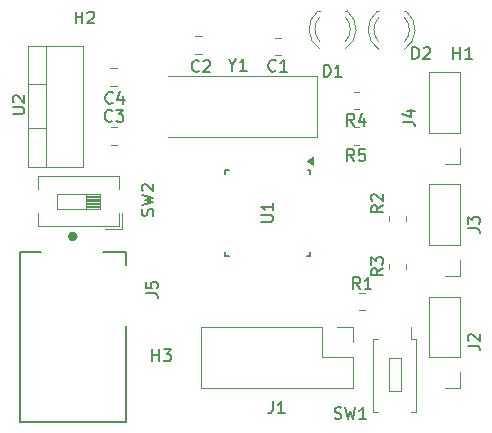
<source format=gbr>
%TF.GenerationSoftware,KiCad,Pcbnew,8.0.6*%
%TF.CreationDate,2024-11-05T10:52:09-07:00*%
%TF.ProjectId,ProjectPCB,50726f6a-6563-4745-9043-422e6b696361,rev?*%
%TF.SameCoordinates,Original*%
%TF.FileFunction,Legend,Top*%
%TF.FilePolarity,Positive*%
%FSLAX46Y46*%
G04 Gerber Fmt 4.6, Leading zero omitted, Abs format (unit mm)*
G04 Created by KiCad (PCBNEW 8.0.6) date 2024-11-05 10:52:09*
%MOMM*%
%LPD*%
G01*
G04 APERTURE LIST*
%ADD10C,0.150000*%
%ADD11C,0.120000*%
%ADD12C,0.127000*%
%ADD13C,0.400000*%
G04 APERTURE END LIST*
D10*
X132738095Y-114554819D02*
X132738095Y-113554819D01*
X132738095Y-114031009D02*
X133309523Y-114031009D01*
X133309523Y-114554819D02*
X133309523Y-113554819D01*
X133690476Y-113554819D02*
X134309523Y-113554819D01*
X134309523Y-113554819D02*
X133976190Y-113935771D01*
X133976190Y-113935771D02*
X134119047Y-113935771D01*
X134119047Y-113935771D02*
X134214285Y-113983390D01*
X134214285Y-113983390D02*
X134261904Y-114031009D01*
X134261904Y-114031009D02*
X134309523Y-114126247D01*
X134309523Y-114126247D02*
X134309523Y-114364342D01*
X134309523Y-114364342D02*
X134261904Y-114459580D01*
X134261904Y-114459580D02*
X134214285Y-114507200D01*
X134214285Y-114507200D02*
X134119047Y-114554819D01*
X134119047Y-114554819D02*
X133833333Y-114554819D01*
X133833333Y-114554819D02*
X133738095Y-114507200D01*
X133738095Y-114507200D02*
X133690476Y-114459580D01*
X126238095Y-85954819D02*
X126238095Y-84954819D01*
X126238095Y-85431009D02*
X126809523Y-85431009D01*
X126809523Y-85954819D02*
X126809523Y-84954819D01*
X127238095Y-85050057D02*
X127285714Y-85002438D01*
X127285714Y-85002438D02*
X127380952Y-84954819D01*
X127380952Y-84954819D02*
X127619047Y-84954819D01*
X127619047Y-84954819D02*
X127714285Y-85002438D01*
X127714285Y-85002438D02*
X127761904Y-85050057D01*
X127761904Y-85050057D02*
X127809523Y-85145295D01*
X127809523Y-85145295D02*
X127809523Y-85240533D01*
X127809523Y-85240533D02*
X127761904Y-85383390D01*
X127761904Y-85383390D02*
X127190476Y-85954819D01*
X127190476Y-85954819D02*
X127809523Y-85954819D01*
X158238095Y-88954819D02*
X158238095Y-87954819D01*
X158238095Y-88431009D02*
X158809523Y-88431009D01*
X158809523Y-88954819D02*
X158809523Y-87954819D01*
X159809523Y-88954819D02*
X159238095Y-88954819D01*
X159523809Y-88954819D02*
X159523809Y-87954819D01*
X159523809Y-87954819D02*
X159428571Y-88097676D01*
X159428571Y-88097676D02*
X159333333Y-88192914D01*
X159333333Y-88192914D02*
X159238095Y-88240533D01*
X149833333Y-94604819D02*
X149500000Y-94128628D01*
X149261905Y-94604819D02*
X149261905Y-93604819D01*
X149261905Y-93604819D02*
X149642857Y-93604819D01*
X149642857Y-93604819D02*
X149738095Y-93652438D01*
X149738095Y-93652438D02*
X149785714Y-93700057D01*
X149785714Y-93700057D02*
X149833333Y-93795295D01*
X149833333Y-93795295D02*
X149833333Y-93938152D01*
X149833333Y-93938152D02*
X149785714Y-94033390D01*
X149785714Y-94033390D02*
X149738095Y-94081009D01*
X149738095Y-94081009D02*
X149642857Y-94128628D01*
X149642857Y-94128628D02*
X149261905Y-94128628D01*
X150690476Y-93938152D02*
X150690476Y-94604819D01*
X150452381Y-93557200D02*
X150214286Y-94271485D01*
X150214286Y-94271485D02*
X150833333Y-94271485D01*
X132223680Y-108820087D02*
X132938410Y-108820087D01*
X132938410Y-108820087D02*
X133081356Y-108867736D01*
X133081356Y-108867736D02*
X133176654Y-108963033D01*
X133176654Y-108963033D02*
X133224302Y-109105979D01*
X133224302Y-109105979D02*
X133224302Y-109201277D01*
X132223680Y-107867114D02*
X132223680Y-108343600D01*
X132223680Y-108343600D02*
X132700167Y-108391249D01*
X132700167Y-108391249D02*
X132652518Y-108343600D01*
X132652518Y-108343600D02*
X132604870Y-108248303D01*
X132604870Y-108248303D02*
X132604870Y-108010060D01*
X132604870Y-108010060D02*
X132652518Y-107914762D01*
X132652518Y-107914762D02*
X132700167Y-107867114D01*
X132700167Y-107867114D02*
X132795464Y-107819465D01*
X132795464Y-107819465D02*
X133033708Y-107819465D01*
X133033708Y-107819465D02*
X133129005Y-107867114D01*
X133129005Y-107867114D02*
X133176654Y-107914762D01*
X133176654Y-107914762D02*
X133224302Y-108010060D01*
X133224302Y-108010060D02*
X133224302Y-108248303D01*
X133224302Y-108248303D02*
X133176654Y-108343600D01*
X133176654Y-108343600D02*
X133129005Y-108391249D01*
X159454819Y-103308333D02*
X160169104Y-103308333D01*
X160169104Y-103308333D02*
X160311961Y-103355952D01*
X160311961Y-103355952D02*
X160407200Y-103451190D01*
X160407200Y-103451190D02*
X160454819Y-103594047D01*
X160454819Y-103594047D02*
X160454819Y-103689285D01*
X159454819Y-102927380D02*
X159454819Y-102308333D01*
X159454819Y-102308333D02*
X159835771Y-102641666D01*
X159835771Y-102641666D02*
X159835771Y-102498809D01*
X159835771Y-102498809D02*
X159883390Y-102403571D01*
X159883390Y-102403571D02*
X159931009Y-102355952D01*
X159931009Y-102355952D02*
X160026247Y-102308333D01*
X160026247Y-102308333D02*
X160264342Y-102308333D01*
X160264342Y-102308333D02*
X160359580Y-102355952D01*
X160359580Y-102355952D02*
X160407200Y-102403571D01*
X160407200Y-102403571D02*
X160454819Y-102498809D01*
X160454819Y-102498809D02*
X160454819Y-102784523D01*
X160454819Y-102784523D02*
X160407200Y-102879761D01*
X160407200Y-102879761D02*
X160359580Y-102927380D01*
X139523809Y-89478628D02*
X139523809Y-89954819D01*
X139190476Y-88954819D02*
X139523809Y-89478628D01*
X139523809Y-89478628D02*
X139857142Y-88954819D01*
X140714285Y-89954819D02*
X140142857Y-89954819D01*
X140428571Y-89954819D02*
X140428571Y-88954819D01*
X140428571Y-88954819D02*
X140333333Y-89097676D01*
X140333333Y-89097676D02*
X140238095Y-89192914D01*
X140238095Y-89192914D02*
X140142857Y-89240533D01*
X148166667Y-119407200D02*
X148309524Y-119454819D01*
X148309524Y-119454819D02*
X148547619Y-119454819D01*
X148547619Y-119454819D02*
X148642857Y-119407200D01*
X148642857Y-119407200D02*
X148690476Y-119359580D01*
X148690476Y-119359580D02*
X148738095Y-119264342D01*
X148738095Y-119264342D02*
X148738095Y-119169104D01*
X148738095Y-119169104D02*
X148690476Y-119073866D01*
X148690476Y-119073866D02*
X148642857Y-119026247D01*
X148642857Y-119026247D02*
X148547619Y-118978628D01*
X148547619Y-118978628D02*
X148357143Y-118931009D01*
X148357143Y-118931009D02*
X148261905Y-118883390D01*
X148261905Y-118883390D02*
X148214286Y-118835771D01*
X148214286Y-118835771D02*
X148166667Y-118740533D01*
X148166667Y-118740533D02*
X148166667Y-118645295D01*
X148166667Y-118645295D02*
X148214286Y-118550057D01*
X148214286Y-118550057D02*
X148261905Y-118502438D01*
X148261905Y-118502438D02*
X148357143Y-118454819D01*
X148357143Y-118454819D02*
X148595238Y-118454819D01*
X148595238Y-118454819D02*
X148738095Y-118502438D01*
X149071429Y-118454819D02*
X149309524Y-119454819D01*
X149309524Y-119454819D02*
X149500000Y-118740533D01*
X149500000Y-118740533D02*
X149690476Y-119454819D01*
X149690476Y-119454819D02*
X149928572Y-118454819D01*
X150833333Y-119454819D02*
X150261905Y-119454819D01*
X150547619Y-119454819D02*
X150547619Y-118454819D01*
X150547619Y-118454819D02*
X150452381Y-118597676D01*
X150452381Y-118597676D02*
X150357143Y-118692914D01*
X150357143Y-118692914D02*
X150261905Y-118740533D01*
X132787200Y-102233332D02*
X132834819Y-102090475D01*
X132834819Y-102090475D02*
X132834819Y-101852380D01*
X132834819Y-101852380D02*
X132787200Y-101757142D01*
X132787200Y-101757142D02*
X132739580Y-101709523D01*
X132739580Y-101709523D02*
X132644342Y-101661904D01*
X132644342Y-101661904D02*
X132549104Y-101661904D01*
X132549104Y-101661904D02*
X132453866Y-101709523D01*
X132453866Y-101709523D02*
X132406247Y-101757142D01*
X132406247Y-101757142D02*
X132358628Y-101852380D01*
X132358628Y-101852380D02*
X132311009Y-102042856D01*
X132311009Y-102042856D02*
X132263390Y-102138094D01*
X132263390Y-102138094D02*
X132215771Y-102185713D01*
X132215771Y-102185713D02*
X132120533Y-102233332D01*
X132120533Y-102233332D02*
X132025295Y-102233332D01*
X132025295Y-102233332D02*
X131930057Y-102185713D01*
X131930057Y-102185713D02*
X131882438Y-102138094D01*
X131882438Y-102138094D02*
X131834819Y-102042856D01*
X131834819Y-102042856D02*
X131834819Y-101804761D01*
X131834819Y-101804761D02*
X131882438Y-101661904D01*
X131834819Y-101328570D02*
X132834819Y-101090475D01*
X132834819Y-101090475D02*
X132120533Y-100899999D01*
X132120533Y-100899999D02*
X132834819Y-100709523D01*
X132834819Y-100709523D02*
X131834819Y-100471428D01*
X131930057Y-100138094D02*
X131882438Y-100090475D01*
X131882438Y-100090475D02*
X131834819Y-99995237D01*
X131834819Y-99995237D02*
X131834819Y-99757142D01*
X131834819Y-99757142D02*
X131882438Y-99661904D01*
X131882438Y-99661904D02*
X131930057Y-99614285D01*
X131930057Y-99614285D02*
X132025295Y-99566666D01*
X132025295Y-99566666D02*
X132120533Y-99566666D01*
X132120533Y-99566666D02*
X132263390Y-99614285D01*
X132263390Y-99614285D02*
X132834819Y-100185713D01*
X132834819Y-100185713D02*
X132834819Y-99566666D01*
X136683333Y-89959580D02*
X136635714Y-90007200D01*
X136635714Y-90007200D02*
X136492857Y-90054819D01*
X136492857Y-90054819D02*
X136397619Y-90054819D01*
X136397619Y-90054819D02*
X136254762Y-90007200D01*
X136254762Y-90007200D02*
X136159524Y-89911961D01*
X136159524Y-89911961D02*
X136111905Y-89816723D01*
X136111905Y-89816723D02*
X136064286Y-89626247D01*
X136064286Y-89626247D02*
X136064286Y-89483390D01*
X136064286Y-89483390D02*
X136111905Y-89292914D01*
X136111905Y-89292914D02*
X136159524Y-89197676D01*
X136159524Y-89197676D02*
X136254762Y-89102438D01*
X136254762Y-89102438D02*
X136397619Y-89054819D01*
X136397619Y-89054819D02*
X136492857Y-89054819D01*
X136492857Y-89054819D02*
X136635714Y-89102438D01*
X136635714Y-89102438D02*
X136683333Y-89150057D01*
X137064286Y-89150057D02*
X137111905Y-89102438D01*
X137111905Y-89102438D02*
X137207143Y-89054819D01*
X137207143Y-89054819D02*
X137445238Y-89054819D01*
X137445238Y-89054819D02*
X137540476Y-89102438D01*
X137540476Y-89102438D02*
X137588095Y-89150057D01*
X137588095Y-89150057D02*
X137635714Y-89245295D01*
X137635714Y-89245295D02*
X137635714Y-89340533D01*
X137635714Y-89340533D02*
X137588095Y-89483390D01*
X137588095Y-89483390D02*
X137016667Y-90054819D01*
X137016667Y-90054819D02*
X137635714Y-90054819D01*
X149833333Y-97604819D02*
X149500000Y-97128628D01*
X149261905Y-97604819D02*
X149261905Y-96604819D01*
X149261905Y-96604819D02*
X149642857Y-96604819D01*
X149642857Y-96604819D02*
X149738095Y-96652438D01*
X149738095Y-96652438D02*
X149785714Y-96700057D01*
X149785714Y-96700057D02*
X149833333Y-96795295D01*
X149833333Y-96795295D02*
X149833333Y-96938152D01*
X149833333Y-96938152D02*
X149785714Y-97033390D01*
X149785714Y-97033390D02*
X149738095Y-97081009D01*
X149738095Y-97081009D02*
X149642857Y-97128628D01*
X149642857Y-97128628D02*
X149261905Y-97128628D01*
X150738095Y-96604819D02*
X150261905Y-96604819D01*
X150261905Y-96604819D02*
X150214286Y-97081009D01*
X150214286Y-97081009D02*
X150261905Y-97033390D01*
X150261905Y-97033390D02*
X150357143Y-96985771D01*
X150357143Y-96985771D02*
X150595238Y-96985771D01*
X150595238Y-96985771D02*
X150690476Y-97033390D01*
X150690476Y-97033390D02*
X150738095Y-97081009D01*
X150738095Y-97081009D02*
X150785714Y-97176247D01*
X150785714Y-97176247D02*
X150785714Y-97414342D01*
X150785714Y-97414342D02*
X150738095Y-97509580D01*
X150738095Y-97509580D02*
X150690476Y-97557200D01*
X150690476Y-97557200D02*
X150595238Y-97604819D01*
X150595238Y-97604819D02*
X150357143Y-97604819D01*
X150357143Y-97604819D02*
X150261905Y-97557200D01*
X150261905Y-97557200D02*
X150214286Y-97509580D01*
X129383333Y-92659580D02*
X129335714Y-92707200D01*
X129335714Y-92707200D02*
X129192857Y-92754819D01*
X129192857Y-92754819D02*
X129097619Y-92754819D01*
X129097619Y-92754819D02*
X128954762Y-92707200D01*
X128954762Y-92707200D02*
X128859524Y-92611961D01*
X128859524Y-92611961D02*
X128811905Y-92516723D01*
X128811905Y-92516723D02*
X128764286Y-92326247D01*
X128764286Y-92326247D02*
X128764286Y-92183390D01*
X128764286Y-92183390D02*
X128811905Y-91992914D01*
X128811905Y-91992914D02*
X128859524Y-91897676D01*
X128859524Y-91897676D02*
X128954762Y-91802438D01*
X128954762Y-91802438D02*
X129097619Y-91754819D01*
X129097619Y-91754819D02*
X129192857Y-91754819D01*
X129192857Y-91754819D02*
X129335714Y-91802438D01*
X129335714Y-91802438D02*
X129383333Y-91850057D01*
X130240476Y-92088152D02*
X130240476Y-92754819D01*
X130002381Y-91707200D02*
X129764286Y-92421485D01*
X129764286Y-92421485D02*
X130383333Y-92421485D01*
X143183333Y-89939580D02*
X143135714Y-89987200D01*
X143135714Y-89987200D02*
X142992857Y-90034819D01*
X142992857Y-90034819D02*
X142897619Y-90034819D01*
X142897619Y-90034819D02*
X142754762Y-89987200D01*
X142754762Y-89987200D02*
X142659524Y-89891961D01*
X142659524Y-89891961D02*
X142611905Y-89796723D01*
X142611905Y-89796723D02*
X142564286Y-89606247D01*
X142564286Y-89606247D02*
X142564286Y-89463390D01*
X142564286Y-89463390D02*
X142611905Y-89272914D01*
X142611905Y-89272914D02*
X142659524Y-89177676D01*
X142659524Y-89177676D02*
X142754762Y-89082438D01*
X142754762Y-89082438D02*
X142897619Y-89034819D01*
X142897619Y-89034819D02*
X142992857Y-89034819D01*
X142992857Y-89034819D02*
X143135714Y-89082438D01*
X143135714Y-89082438D02*
X143183333Y-89130057D01*
X144135714Y-90034819D02*
X143564286Y-90034819D01*
X143850000Y-90034819D02*
X143850000Y-89034819D01*
X143850000Y-89034819D02*
X143754762Y-89177676D01*
X143754762Y-89177676D02*
X143659524Y-89272914D01*
X143659524Y-89272914D02*
X143564286Y-89320533D01*
X142941666Y-117954819D02*
X142941666Y-118669104D01*
X142941666Y-118669104D02*
X142894047Y-118811961D01*
X142894047Y-118811961D02*
X142798809Y-118907200D01*
X142798809Y-118907200D02*
X142655952Y-118954819D01*
X142655952Y-118954819D02*
X142560714Y-118954819D01*
X143941666Y-118954819D02*
X143370238Y-118954819D01*
X143655952Y-118954819D02*
X143655952Y-117954819D01*
X143655952Y-117954819D02*
X143560714Y-118097676D01*
X143560714Y-118097676D02*
X143465476Y-118192914D01*
X143465476Y-118192914D02*
X143370238Y-118240533D01*
X150333333Y-108454819D02*
X150000000Y-107978628D01*
X149761905Y-108454819D02*
X149761905Y-107454819D01*
X149761905Y-107454819D02*
X150142857Y-107454819D01*
X150142857Y-107454819D02*
X150238095Y-107502438D01*
X150238095Y-107502438D02*
X150285714Y-107550057D01*
X150285714Y-107550057D02*
X150333333Y-107645295D01*
X150333333Y-107645295D02*
X150333333Y-107788152D01*
X150333333Y-107788152D02*
X150285714Y-107883390D01*
X150285714Y-107883390D02*
X150238095Y-107931009D01*
X150238095Y-107931009D02*
X150142857Y-107978628D01*
X150142857Y-107978628D02*
X149761905Y-107978628D01*
X151285714Y-108454819D02*
X150714286Y-108454819D01*
X151000000Y-108454819D02*
X151000000Y-107454819D01*
X151000000Y-107454819D02*
X150904762Y-107597676D01*
X150904762Y-107597676D02*
X150809524Y-107692914D01*
X150809524Y-107692914D02*
X150714286Y-107740533D01*
X120909819Y-93621904D02*
X121719342Y-93621904D01*
X121719342Y-93621904D02*
X121814580Y-93574285D01*
X121814580Y-93574285D02*
X121862200Y-93526666D01*
X121862200Y-93526666D02*
X121909819Y-93431428D01*
X121909819Y-93431428D02*
X121909819Y-93240952D01*
X121909819Y-93240952D02*
X121862200Y-93145714D01*
X121862200Y-93145714D02*
X121814580Y-93098095D01*
X121814580Y-93098095D02*
X121719342Y-93050476D01*
X121719342Y-93050476D02*
X120909819Y-93050476D01*
X121005057Y-92621904D02*
X120957438Y-92574285D01*
X120957438Y-92574285D02*
X120909819Y-92479047D01*
X120909819Y-92479047D02*
X120909819Y-92240952D01*
X120909819Y-92240952D02*
X120957438Y-92145714D01*
X120957438Y-92145714D02*
X121005057Y-92098095D01*
X121005057Y-92098095D02*
X121100295Y-92050476D01*
X121100295Y-92050476D02*
X121195533Y-92050476D01*
X121195533Y-92050476D02*
X121338390Y-92098095D01*
X121338390Y-92098095D02*
X121909819Y-92669523D01*
X121909819Y-92669523D02*
X121909819Y-92050476D01*
X159454819Y-113253333D02*
X160169104Y-113253333D01*
X160169104Y-113253333D02*
X160311961Y-113300952D01*
X160311961Y-113300952D02*
X160407200Y-113396190D01*
X160407200Y-113396190D02*
X160454819Y-113539047D01*
X160454819Y-113539047D02*
X160454819Y-113634285D01*
X159550057Y-112824761D02*
X159502438Y-112777142D01*
X159502438Y-112777142D02*
X159454819Y-112681904D01*
X159454819Y-112681904D02*
X159454819Y-112443809D01*
X159454819Y-112443809D02*
X159502438Y-112348571D01*
X159502438Y-112348571D02*
X159550057Y-112300952D01*
X159550057Y-112300952D02*
X159645295Y-112253333D01*
X159645295Y-112253333D02*
X159740533Y-112253333D01*
X159740533Y-112253333D02*
X159883390Y-112300952D01*
X159883390Y-112300952D02*
X160454819Y-112872380D01*
X160454819Y-112872380D02*
X160454819Y-112253333D01*
X141954819Y-102761904D02*
X142764342Y-102761904D01*
X142764342Y-102761904D02*
X142859580Y-102714285D01*
X142859580Y-102714285D02*
X142907200Y-102666666D01*
X142907200Y-102666666D02*
X142954819Y-102571428D01*
X142954819Y-102571428D02*
X142954819Y-102380952D01*
X142954819Y-102380952D02*
X142907200Y-102285714D01*
X142907200Y-102285714D02*
X142859580Y-102238095D01*
X142859580Y-102238095D02*
X142764342Y-102190476D01*
X142764342Y-102190476D02*
X141954819Y-102190476D01*
X142954819Y-101190476D02*
X142954819Y-101761904D01*
X142954819Y-101476190D02*
X141954819Y-101476190D01*
X141954819Y-101476190D02*
X142097676Y-101571428D01*
X142097676Y-101571428D02*
X142192914Y-101666666D01*
X142192914Y-101666666D02*
X142240533Y-101761904D01*
X152254819Y-106706666D02*
X151778628Y-107039999D01*
X152254819Y-107278094D02*
X151254819Y-107278094D01*
X151254819Y-107278094D02*
X151254819Y-106897142D01*
X151254819Y-106897142D02*
X151302438Y-106801904D01*
X151302438Y-106801904D02*
X151350057Y-106754285D01*
X151350057Y-106754285D02*
X151445295Y-106706666D01*
X151445295Y-106706666D02*
X151588152Y-106706666D01*
X151588152Y-106706666D02*
X151683390Y-106754285D01*
X151683390Y-106754285D02*
X151731009Y-106801904D01*
X151731009Y-106801904D02*
X151778628Y-106897142D01*
X151778628Y-106897142D02*
X151778628Y-107278094D01*
X151254819Y-106373332D02*
X151254819Y-105754285D01*
X151254819Y-105754285D02*
X151635771Y-106087618D01*
X151635771Y-106087618D02*
X151635771Y-105944761D01*
X151635771Y-105944761D02*
X151683390Y-105849523D01*
X151683390Y-105849523D02*
X151731009Y-105801904D01*
X151731009Y-105801904D02*
X151826247Y-105754285D01*
X151826247Y-105754285D02*
X152064342Y-105754285D01*
X152064342Y-105754285D02*
X152159580Y-105801904D01*
X152159580Y-105801904D02*
X152207200Y-105849523D01*
X152207200Y-105849523D02*
X152254819Y-105944761D01*
X152254819Y-105944761D02*
X152254819Y-106230475D01*
X152254819Y-106230475D02*
X152207200Y-106325713D01*
X152207200Y-106325713D02*
X152159580Y-106373332D01*
X154761905Y-88954819D02*
X154761905Y-87954819D01*
X154761905Y-87954819D02*
X155000000Y-87954819D01*
X155000000Y-87954819D02*
X155142857Y-88002438D01*
X155142857Y-88002438D02*
X155238095Y-88097676D01*
X155238095Y-88097676D02*
X155285714Y-88192914D01*
X155285714Y-88192914D02*
X155333333Y-88383390D01*
X155333333Y-88383390D02*
X155333333Y-88526247D01*
X155333333Y-88526247D02*
X155285714Y-88716723D01*
X155285714Y-88716723D02*
X155238095Y-88811961D01*
X155238095Y-88811961D02*
X155142857Y-88907200D01*
X155142857Y-88907200D02*
X155000000Y-88954819D01*
X155000000Y-88954819D02*
X154761905Y-88954819D01*
X155714286Y-88050057D02*
X155761905Y-88002438D01*
X155761905Y-88002438D02*
X155857143Y-87954819D01*
X155857143Y-87954819D02*
X156095238Y-87954819D01*
X156095238Y-87954819D02*
X156190476Y-88002438D01*
X156190476Y-88002438D02*
X156238095Y-88050057D01*
X156238095Y-88050057D02*
X156285714Y-88145295D01*
X156285714Y-88145295D02*
X156285714Y-88240533D01*
X156285714Y-88240533D02*
X156238095Y-88383390D01*
X156238095Y-88383390D02*
X155666667Y-88954819D01*
X155666667Y-88954819D02*
X156285714Y-88954819D01*
X152254819Y-101366666D02*
X151778628Y-101699999D01*
X152254819Y-101938094D02*
X151254819Y-101938094D01*
X151254819Y-101938094D02*
X151254819Y-101557142D01*
X151254819Y-101557142D02*
X151302438Y-101461904D01*
X151302438Y-101461904D02*
X151350057Y-101414285D01*
X151350057Y-101414285D02*
X151445295Y-101366666D01*
X151445295Y-101366666D02*
X151588152Y-101366666D01*
X151588152Y-101366666D02*
X151683390Y-101414285D01*
X151683390Y-101414285D02*
X151731009Y-101461904D01*
X151731009Y-101461904D02*
X151778628Y-101557142D01*
X151778628Y-101557142D02*
X151778628Y-101938094D01*
X151350057Y-100985713D02*
X151302438Y-100938094D01*
X151302438Y-100938094D02*
X151254819Y-100842856D01*
X151254819Y-100842856D02*
X151254819Y-100604761D01*
X151254819Y-100604761D02*
X151302438Y-100509523D01*
X151302438Y-100509523D02*
X151350057Y-100461904D01*
X151350057Y-100461904D02*
X151445295Y-100414285D01*
X151445295Y-100414285D02*
X151540533Y-100414285D01*
X151540533Y-100414285D02*
X151683390Y-100461904D01*
X151683390Y-100461904D02*
X152254819Y-101033332D01*
X152254819Y-101033332D02*
X152254819Y-100414285D01*
X147261905Y-90454819D02*
X147261905Y-89454819D01*
X147261905Y-89454819D02*
X147500000Y-89454819D01*
X147500000Y-89454819D02*
X147642857Y-89502438D01*
X147642857Y-89502438D02*
X147738095Y-89597676D01*
X147738095Y-89597676D02*
X147785714Y-89692914D01*
X147785714Y-89692914D02*
X147833333Y-89883390D01*
X147833333Y-89883390D02*
X147833333Y-90026247D01*
X147833333Y-90026247D02*
X147785714Y-90216723D01*
X147785714Y-90216723D02*
X147738095Y-90311961D01*
X147738095Y-90311961D02*
X147642857Y-90407200D01*
X147642857Y-90407200D02*
X147500000Y-90454819D01*
X147500000Y-90454819D02*
X147261905Y-90454819D01*
X148785714Y-90454819D02*
X148214286Y-90454819D01*
X148500000Y-90454819D02*
X148500000Y-89454819D01*
X148500000Y-89454819D02*
X148404762Y-89597676D01*
X148404762Y-89597676D02*
X148309524Y-89692914D01*
X148309524Y-89692914D02*
X148214286Y-89740533D01*
X153954819Y-94293333D02*
X154669104Y-94293333D01*
X154669104Y-94293333D02*
X154811961Y-94340952D01*
X154811961Y-94340952D02*
X154907200Y-94436190D01*
X154907200Y-94436190D02*
X154954819Y-94579047D01*
X154954819Y-94579047D02*
X154954819Y-94674285D01*
X154288152Y-93388571D02*
X154954819Y-93388571D01*
X153907200Y-93626666D02*
X154621485Y-93864761D01*
X154621485Y-93864761D02*
X154621485Y-93245714D01*
X129333333Y-94179580D02*
X129285714Y-94227200D01*
X129285714Y-94227200D02*
X129142857Y-94274819D01*
X129142857Y-94274819D02*
X129047619Y-94274819D01*
X129047619Y-94274819D02*
X128904762Y-94227200D01*
X128904762Y-94227200D02*
X128809524Y-94131961D01*
X128809524Y-94131961D02*
X128761905Y-94036723D01*
X128761905Y-94036723D02*
X128714286Y-93846247D01*
X128714286Y-93846247D02*
X128714286Y-93703390D01*
X128714286Y-93703390D02*
X128761905Y-93512914D01*
X128761905Y-93512914D02*
X128809524Y-93417676D01*
X128809524Y-93417676D02*
X128904762Y-93322438D01*
X128904762Y-93322438D02*
X129047619Y-93274819D01*
X129047619Y-93274819D02*
X129142857Y-93274819D01*
X129142857Y-93274819D02*
X129285714Y-93322438D01*
X129285714Y-93322438D02*
X129333333Y-93370057D01*
X129666667Y-93274819D02*
X130285714Y-93274819D01*
X130285714Y-93274819D02*
X129952381Y-93655771D01*
X129952381Y-93655771D02*
X130095238Y-93655771D01*
X130095238Y-93655771D02*
X130190476Y-93703390D01*
X130190476Y-93703390D02*
X130238095Y-93751009D01*
X130238095Y-93751009D02*
X130285714Y-93846247D01*
X130285714Y-93846247D02*
X130285714Y-94084342D01*
X130285714Y-94084342D02*
X130238095Y-94179580D01*
X130238095Y-94179580D02*
X130190476Y-94227200D01*
X130190476Y-94227200D02*
X130095238Y-94274819D01*
X130095238Y-94274819D02*
X129809524Y-94274819D01*
X129809524Y-94274819D02*
X129714286Y-94227200D01*
X129714286Y-94227200D02*
X129666667Y-94179580D01*
D11*
%TO.C,R4*%
X150227064Y-91765000D02*
X149772936Y-91765000D01*
X150227064Y-93235000D02*
X149772936Y-93235000D01*
D12*
%TO.C,J5*%
X121500000Y-105300000D02*
X123350000Y-105300000D01*
X121500000Y-119700000D02*
X121500000Y-105300000D01*
X128550000Y-105300000D02*
X130500000Y-105300000D01*
X130500000Y-105300000D02*
X130500000Y-106450000D01*
X130500000Y-111550000D02*
X130500000Y-119700000D01*
X130500000Y-119700000D02*
X121500000Y-119700000D01*
D13*
X126200000Y-104000000D02*
G75*
G02*
X125800000Y-104000000I-200000J0D01*
G01*
X125800000Y-104000000D02*
G75*
G02*
X126200000Y-104000000I200000J0D01*
G01*
D11*
%TO.C,J3*%
X156170000Y-104730000D02*
X156170000Y-99590000D01*
X158830000Y-99590000D02*
X156170000Y-99590000D01*
X158830000Y-104730000D02*
X156170000Y-104730000D01*
X158830000Y-104730000D02*
X158830000Y-99590000D01*
X158830000Y-106000000D02*
X158830000Y-107330000D01*
X158830000Y-107330000D02*
X157500000Y-107330000D01*
%TO.C,Y1*%
X134100000Y-95550000D02*
X146700000Y-95550000D01*
X146700000Y-90450000D02*
X134100000Y-90450000D01*
X146700000Y-95550000D02*
X146700000Y-90450000D01*
%TO.C,SW1*%
X151400000Y-112650000D02*
X151400000Y-118850000D01*
X151860000Y-112650000D02*
X151400000Y-112650000D01*
X151860000Y-118850000D02*
X151400000Y-118850000D01*
X154640000Y-112650000D02*
X154640000Y-111650000D01*
X155100000Y-112650000D02*
X154640000Y-112650000D01*
X155100000Y-118850000D02*
X154640000Y-118850000D01*
X155100000Y-118850000D02*
X155100000Y-112650000D01*
X153800000Y-114250000D02*
X152750000Y-114250000D01*
X152750000Y-117100000D01*
X153800000Y-117100000D01*
X153800000Y-114250000D01*
%TO.C,SW2*%
X130140000Y-103350000D02*
X130140000Y-102040000D01*
X130140000Y-103350000D02*
X128757000Y-103350000D01*
X129900000Y-103110000D02*
X129900000Y-102040000D01*
X129900000Y-103110000D02*
X123079000Y-103110000D01*
X129900000Y-99960000D02*
X129900000Y-98890000D01*
X129900000Y-98890000D02*
X123079000Y-98890000D01*
X128300000Y-101635000D02*
X128300000Y-100365000D01*
X128300000Y-101515000D02*
X127093333Y-101515000D01*
X128300000Y-101395000D02*
X127093333Y-101395000D01*
X128300000Y-101275000D02*
X127093333Y-101275000D01*
X128300000Y-101155000D02*
X127093333Y-101155000D01*
X128300000Y-101035000D02*
X127093333Y-101035000D01*
X128300000Y-100915000D02*
X127093333Y-100915000D01*
X128300000Y-100795000D02*
X127093333Y-100795000D01*
X128300000Y-100675000D02*
X127093333Y-100675000D01*
X128300000Y-100555000D02*
X127093333Y-100555000D01*
X128300000Y-100435000D02*
X127093333Y-100435000D01*
X128300000Y-100365000D02*
X124680000Y-100365000D01*
X127093333Y-101635000D02*
X127093333Y-100365000D01*
X124680000Y-101635000D02*
X128300000Y-101635000D01*
X124680000Y-100365000D02*
X124680000Y-101635000D01*
X123079000Y-103110000D02*
X123079000Y-101990000D01*
X123079000Y-100010000D02*
X123079000Y-98890000D01*
%TO.C,C2*%
X136388748Y-87065000D02*
X136911252Y-87065000D01*
X136388748Y-88535000D02*
X136911252Y-88535000D01*
%TO.C,R5*%
X150227064Y-94765000D02*
X149772936Y-94765000D01*
X150227064Y-96235000D02*
X149772936Y-96235000D01*
%TO.C,C4*%
X129188748Y-91235000D02*
X129711252Y-91235000D01*
X129188748Y-89765000D02*
X129711252Y-89765000D01*
%TO.C,C1*%
X143611252Y-87165000D02*
X143088748Y-87165000D01*
X143611252Y-88635000D02*
X143088748Y-88635000D01*
%TO.C,J1*%
X136885000Y-111645000D02*
X136885000Y-116845000D01*
X147105000Y-111645000D02*
X136885000Y-111645000D01*
X147105000Y-111645000D02*
X147105000Y-114245000D01*
X147105000Y-114245000D02*
X149705000Y-114245000D01*
X148375000Y-111645000D02*
X149705000Y-111645000D01*
X149705000Y-111645000D02*
X149705000Y-112975000D01*
X149705000Y-114245000D02*
X149705000Y-116845000D01*
X149705000Y-116845000D02*
X136885000Y-116845000D01*
%TO.C,R1*%
X150727064Y-108765000D02*
X150272936Y-108765000D01*
X150727064Y-110235000D02*
X150272936Y-110235000D01*
%TO.C,U2*%
X122230000Y-87840000D02*
X126871000Y-87840000D01*
X122230000Y-91109000D02*
X123740000Y-91109000D01*
X122230000Y-94810000D02*
X123740000Y-94810000D01*
X126871000Y-98080000D02*
X126871000Y-87840000D01*
X123740000Y-98080000D02*
X123740000Y-87840000D01*
X122230000Y-98080000D02*
X122230000Y-87840000D01*
X122230000Y-98080000D02*
X126871000Y-98080000D01*
%TO.C,J2*%
X156170000Y-114230000D02*
X156170000Y-109090000D01*
X158830000Y-109090000D02*
X156170000Y-109090000D01*
X158830000Y-114230000D02*
X156170000Y-114230000D01*
X158830000Y-114230000D02*
X158830000Y-109090000D01*
X158830000Y-115500000D02*
X158830000Y-116830000D01*
X158830000Y-116830000D02*
X157500000Y-116830000D01*
D10*
%TO.C,U1*%
X138875000Y-98375000D02*
X138875000Y-98700000D01*
X138875000Y-98375000D02*
X139200000Y-98375000D01*
X138875000Y-105625000D02*
X138875000Y-105300000D01*
X138875000Y-105625000D02*
X139200000Y-105625000D01*
X146125000Y-98375000D02*
X145900000Y-98375000D01*
X146125000Y-98375000D02*
X146125000Y-98700000D01*
X146125000Y-105625000D02*
X145800000Y-105625000D01*
X146125000Y-105625000D02*
X146125000Y-105300000D01*
D11*
X146310000Y-97950000D02*
X145840000Y-97610000D01*
X146310000Y-97270000D01*
X146310000Y-97950000D01*
G36*
X146310000Y-97950000D02*
G01*
X145840000Y-97610000D01*
X146310000Y-97270000D01*
X146310000Y-97950000D01*
G37*
%TO.C,R3*%
X152765000Y-106312936D02*
X152765000Y-106767064D01*
X154235000Y-106312936D02*
X154235000Y-106767064D01*
%TO.C,D2*%
X151920000Y-84935000D02*
X151764000Y-84935000D01*
X154236000Y-84935000D02*
X154080000Y-84935000D01*
X151920163Y-87536130D02*
G75*
G02*
X151920000Y-85454039I1079837J1041130D01*
G01*
X151921392Y-88167335D02*
G75*
G02*
X151764484Y-84935000I1078608J1672335D01*
G01*
X154080000Y-85454039D02*
G75*
G02*
X154079837Y-87536130I-1080000J-1040961D01*
G01*
X154235516Y-84935000D02*
G75*
G02*
X154078608Y-88167335I-1235516J-1560000D01*
G01*
%TO.C,R2*%
X152765000Y-102727064D02*
X152765000Y-102272936D01*
X154235000Y-102727064D02*
X154235000Y-102272936D01*
%TO.C,D1*%
X146920000Y-84895000D02*
X146764000Y-84895000D01*
X149236000Y-84895000D02*
X149080000Y-84895000D01*
X146920163Y-87496130D02*
G75*
G02*
X146920000Y-85414039I1079837J1041130D01*
G01*
X146921392Y-88127335D02*
G75*
G02*
X146764484Y-84895000I1078608J1672335D01*
G01*
X149080000Y-85414039D02*
G75*
G02*
X149079837Y-87496130I-1080000J-1040961D01*
G01*
X149235516Y-84895000D02*
G75*
G02*
X149078608Y-88127335I-1235516J-1560000D01*
G01*
%TO.C,J4*%
X158830000Y-97830000D02*
X157500000Y-97830000D01*
X158830000Y-96500000D02*
X158830000Y-97830000D01*
X158830000Y-95230000D02*
X158830000Y-90090000D01*
X158830000Y-95230000D02*
X156170000Y-95230000D01*
X158830000Y-90090000D02*
X156170000Y-90090000D01*
X156170000Y-95230000D02*
X156170000Y-90090000D01*
%TO.C,C3*%
X129238748Y-96235000D02*
X129761252Y-96235000D01*
X129238748Y-94765000D02*
X129761252Y-94765000D01*
%TD*%
M02*

</source>
